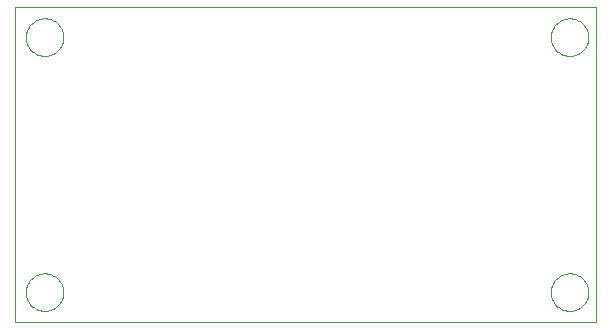
<source format=gko>
G75*
%MOIN*%
%OFA0B0*%
%FSLAX24Y24*%
%IPPOS*%
%LPD*%
%AMOC8*
5,1,8,0,0,1.08239X$1,22.5*
%
%ADD10C,0.0000*%
D10*
X000200Y000180D02*
X000200Y010676D01*
X019570Y010676D01*
X019570Y000180D01*
X000200Y000180D01*
X000575Y001180D02*
X000577Y001230D01*
X000583Y001279D01*
X000593Y001328D01*
X000606Y001375D01*
X000624Y001422D01*
X000645Y001467D01*
X000669Y001510D01*
X000697Y001551D01*
X000728Y001590D01*
X000762Y001626D01*
X000799Y001660D01*
X000839Y001690D01*
X000880Y001717D01*
X000924Y001741D01*
X000969Y001761D01*
X001016Y001777D01*
X001064Y001790D01*
X001113Y001799D01*
X001163Y001804D01*
X001212Y001805D01*
X001262Y001802D01*
X001311Y001795D01*
X001360Y001784D01*
X001407Y001770D01*
X001453Y001751D01*
X001498Y001729D01*
X001541Y001704D01*
X001581Y001675D01*
X001619Y001643D01*
X001655Y001609D01*
X001688Y001571D01*
X001717Y001531D01*
X001743Y001489D01*
X001766Y001445D01*
X001785Y001399D01*
X001801Y001352D01*
X001813Y001303D01*
X001821Y001254D01*
X001825Y001205D01*
X001825Y001155D01*
X001821Y001106D01*
X001813Y001057D01*
X001801Y001008D01*
X001785Y000961D01*
X001766Y000915D01*
X001743Y000871D01*
X001717Y000829D01*
X001688Y000789D01*
X001655Y000751D01*
X001619Y000717D01*
X001581Y000685D01*
X001541Y000656D01*
X001498Y000631D01*
X001453Y000609D01*
X001407Y000590D01*
X001360Y000576D01*
X001311Y000565D01*
X001262Y000558D01*
X001212Y000555D01*
X001163Y000556D01*
X001113Y000561D01*
X001064Y000570D01*
X001016Y000583D01*
X000969Y000599D01*
X000924Y000619D01*
X000880Y000643D01*
X000839Y000670D01*
X000799Y000700D01*
X000762Y000734D01*
X000728Y000770D01*
X000697Y000809D01*
X000669Y000850D01*
X000645Y000893D01*
X000624Y000938D01*
X000606Y000985D01*
X000593Y001032D01*
X000583Y001081D01*
X000577Y001130D01*
X000575Y001180D01*
X000575Y009680D02*
X000577Y009730D01*
X000583Y009779D01*
X000593Y009828D01*
X000606Y009875D01*
X000624Y009922D01*
X000645Y009967D01*
X000669Y010010D01*
X000697Y010051D01*
X000728Y010090D01*
X000762Y010126D01*
X000799Y010160D01*
X000839Y010190D01*
X000880Y010217D01*
X000924Y010241D01*
X000969Y010261D01*
X001016Y010277D01*
X001064Y010290D01*
X001113Y010299D01*
X001163Y010304D01*
X001212Y010305D01*
X001262Y010302D01*
X001311Y010295D01*
X001360Y010284D01*
X001407Y010270D01*
X001453Y010251D01*
X001498Y010229D01*
X001541Y010204D01*
X001581Y010175D01*
X001619Y010143D01*
X001655Y010109D01*
X001688Y010071D01*
X001717Y010031D01*
X001743Y009989D01*
X001766Y009945D01*
X001785Y009899D01*
X001801Y009852D01*
X001813Y009803D01*
X001821Y009754D01*
X001825Y009705D01*
X001825Y009655D01*
X001821Y009606D01*
X001813Y009557D01*
X001801Y009508D01*
X001785Y009461D01*
X001766Y009415D01*
X001743Y009371D01*
X001717Y009329D01*
X001688Y009289D01*
X001655Y009251D01*
X001619Y009217D01*
X001581Y009185D01*
X001541Y009156D01*
X001498Y009131D01*
X001453Y009109D01*
X001407Y009090D01*
X001360Y009076D01*
X001311Y009065D01*
X001262Y009058D01*
X001212Y009055D01*
X001163Y009056D01*
X001113Y009061D01*
X001064Y009070D01*
X001016Y009083D01*
X000969Y009099D01*
X000924Y009119D01*
X000880Y009143D01*
X000839Y009170D01*
X000799Y009200D01*
X000762Y009234D01*
X000728Y009270D01*
X000697Y009309D01*
X000669Y009350D01*
X000645Y009393D01*
X000624Y009438D01*
X000606Y009485D01*
X000593Y009532D01*
X000583Y009581D01*
X000577Y009630D01*
X000575Y009680D01*
X018075Y009680D02*
X018077Y009730D01*
X018083Y009779D01*
X018093Y009828D01*
X018106Y009875D01*
X018124Y009922D01*
X018145Y009967D01*
X018169Y010010D01*
X018197Y010051D01*
X018228Y010090D01*
X018262Y010126D01*
X018299Y010160D01*
X018339Y010190D01*
X018380Y010217D01*
X018424Y010241D01*
X018469Y010261D01*
X018516Y010277D01*
X018564Y010290D01*
X018613Y010299D01*
X018663Y010304D01*
X018712Y010305D01*
X018762Y010302D01*
X018811Y010295D01*
X018860Y010284D01*
X018907Y010270D01*
X018953Y010251D01*
X018998Y010229D01*
X019041Y010204D01*
X019081Y010175D01*
X019119Y010143D01*
X019155Y010109D01*
X019188Y010071D01*
X019217Y010031D01*
X019243Y009989D01*
X019266Y009945D01*
X019285Y009899D01*
X019301Y009852D01*
X019313Y009803D01*
X019321Y009754D01*
X019325Y009705D01*
X019325Y009655D01*
X019321Y009606D01*
X019313Y009557D01*
X019301Y009508D01*
X019285Y009461D01*
X019266Y009415D01*
X019243Y009371D01*
X019217Y009329D01*
X019188Y009289D01*
X019155Y009251D01*
X019119Y009217D01*
X019081Y009185D01*
X019041Y009156D01*
X018998Y009131D01*
X018953Y009109D01*
X018907Y009090D01*
X018860Y009076D01*
X018811Y009065D01*
X018762Y009058D01*
X018712Y009055D01*
X018663Y009056D01*
X018613Y009061D01*
X018564Y009070D01*
X018516Y009083D01*
X018469Y009099D01*
X018424Y009119D01*
X018380Y009143D01*
X018339Y009170D01*
X018299Y009200D01*
X018262Y009234D01*
X018228Y009270D01*
X018197Y009309D01*
X018169Y009350D01*
X018145Y009393D01*
X018124Y009438D01*
X018106Y009485D01*
X018093Y009532D01*
X018083Y009581D01*
X018077Y009630D01*
X018075Y009680D01*
X018075Y001180D02*
X018077Y001230D01*
X018083Y001279D01*
X018093Y001328D01*
X018106Y001375D01*
X018124Y001422D01*
X018145Y001467D01*
X018169Y001510D01*
X018197Y001551D01*
X018228Y001590D01*
X018262Y001626D01*
X018299Y001660D01*
X018339Y001690D01*
X018380Y001717D01*
X018424Y001741D01*
X018469Y001761D01*
X018516Y001777D01*
X018564Y001790D01*
X018613Y001799D01*
X018663Y001804D01*
X018712Y001805D01*
X018762Y001802D01*
X018811Y001795D01*
X018860Y001784D01*
X018907Y001770D01*
X018953Y001751D01*
X018998Y001729D01*
X019041Y001704D01*
X019081Y001675D01*
X019119Y001643D01*
X019155Y001609D01*
X019188Y001571D01*
X019217Y001531D01*
X019243Y001489D01*
X019266Y001445D01*
X019285Y001399D01*
X019301Y001352D01*
X019313Y001303D01*
X019321Y001254D01*
X019325Y001205D01*
X019325Y001155D01*
X019321Y001106D01*
X019313Y001057D01*
X019301Y001008D01*
X019285Y000961D01*
X019266Y000915D01*
X019243Y000871D01*
X019217Y000829D01*
X019188Y000789D01*
X019155Y000751D01*
X019119Y000717D01*
X019081Y000685D01*
X019041Y000656D01*
X018998Y000631D01*
X018953Y000609D01*
X018907Y000590D01*
X018860Y000576D01*
X018811Y000565D01*
X018762Y000558D01*
X018712Y000555D01*
X018663Y000556D01*
X018613Y000561D01*
X018564Y000570D01*
X018516Y000583D01*
X018469Y000599D01*
X018424Y000619D01*
X018380Y000643D01*
X018339Y000670D01*
X018299Y000700D01*
X018262Y000734D01*
X018228Y000770D01*
X018197Y000809D01*
X018169Y000850D01*
X018145Y000893D01*
X018124Y000938D01*
X018106Y000985D01*
X018093Y001032D01*
X018083Y001081D01*
X018077Y001130D01*
X018075Y001180D01*
M02*

</source>
